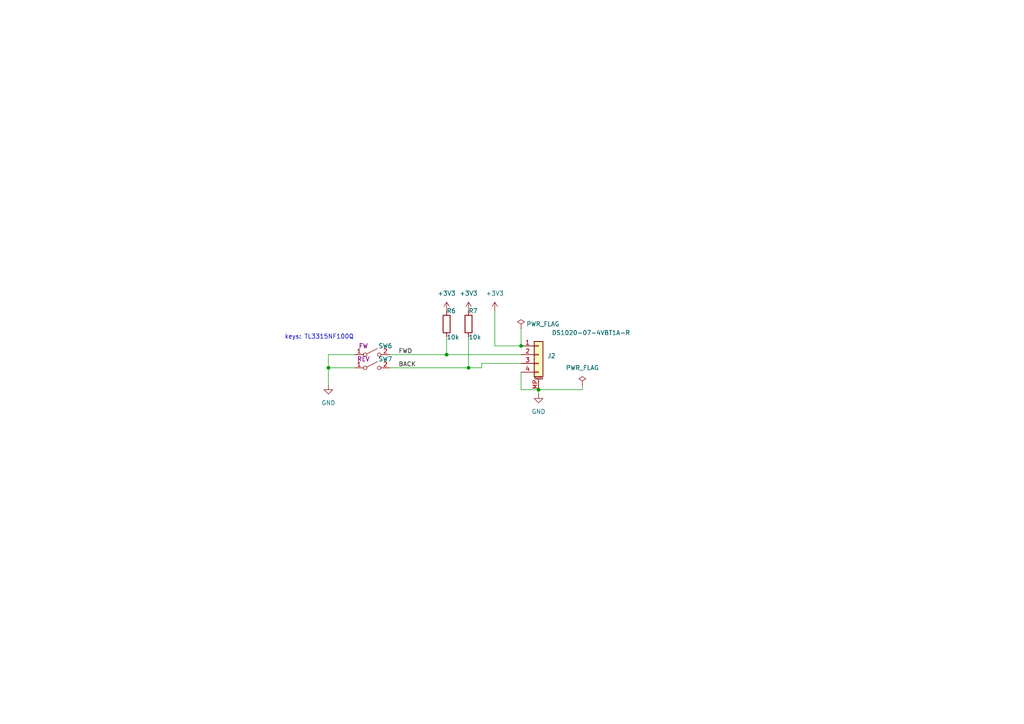
<source format=kicad_sch>
(kicad_sch (version 20231120) (generator "eeschema") (generator_version "8.0")
  (paper "A4")
  (title_block (title "EtherPointer") (date "2025-02-13") (rev "RC1") (company "Bart's Design") (comment 1 "Bartosz Pracz"))
  (lib_symbols
    (symbol "Connector_Generic_MountingPin:Conn_01x04_MountingPin" (pin_names (offset 1.016) hide)
      (property "Reference" "J" (at 0 5.08 0))
      (property "Value" "Conn_01x04_MountingPin" (at 1.27 -7.62 0))
      (symbol "Conn_01x04_MountingPin_1_1"
        (rectangle (start -1.27 -4.953) (end 0 -5.207) (stroke (width 0.1524)))
        (rectangle (start -1.27 -2.413) (end 0 -2.667) (stroke (width 0.1524)))
        (rectangle (start -1.27 0.127) (end 0 -0.127) (stroke (width 0.1524)))
        (rectangle (start -1.27 2.667) (end 0 2.413) (stroke (width 0.1524)))
        (rectangle (start -1.27 3.81) (end 1.27 -6.35) (stroke (width 0.254)) (fill (type background)))
        (polyline (pts (xy -1.016 -7.112) (xy 1.016 -7.112)) (stroke (width 0.1524)))
        (text "Mounting" (at 0 -6.731 0) (effects (font (size 0.381 0.381))))
        (pin passive line (at -5.08 2.54 0) (length 3.81) (name "Pin_1") (number "1"))
        (pin passive line (at -5.08 0 0) (length 3.81) (name "Pin_2") (number "2"))
        (pin passive line (at -5.08 -2.54 0) (length 3.81) (name "Pin_3") (number "3"))
        (pin passive line (at -5.08 -5.08 0) (length 3.81) (name "Pin_4") (number "4"))
        (pin passive line (at 0 -10.16 90) (length 3.048) (name "MountPin") (number "MP"))
      )
    )
    (symbol "Device:R" (pin_numbers hide) (pin_names (offset 0))
      (property "Reference" "R" (at 2.032 0 90))
      (property "Value" "R" (at 0 0 90))
      (symbol "R_0_1"
        (rectangle (start -1.016 -2.54) (end 1.016 2.54) (stroke (width 0.254)))
      )
      (symbol "R_1_1"
        (pin passive line (at 0 3.81 270) (length 1.27) (name "~") (number "1"))
        (pin passive line (at 0 -3.81 90) (length 1.27) (name "~") (number "2"))
      )
    )
    (symbol "airMouseLib:KEY" (pin_names (offset 0) hide)
      (property "Reference" "SW" (at 2.54 3.048 0))
      (property "KEY" "[KEY]" (at -2.794 3.048 0))
      (symbol "KEY_0_0"
        (circle (center -2.032 0) (radius 0.508))
        (polyline (pts (xy -1.524 0.254) (xy 1.524 1.778)))
        (circle (center 2.032 0) (radius 0.508))
      )
      (symbol "KEY_1_1"
        (pin passive line (at -5.08 0 0) (length 2.54) (name "A") (number "1"))
        (pin passive line (at 5.08 0 180) (length 2.54) (name "B") (number "2"))
      )
    )
    (symbol "power:+3V3" (power) (pin_numbers hide) (pin_names (offset 0) hide)
      (property "Value" "+3V3" (at 0 3.556 0))
      (symbol "+3V3_0_1"
        (polyline (pts (xy -0.762 1.27) (xy 0 2.54)))
        (polyline (pts (xy 0 0) (xy 0 2.54)))
        (polyline (pts (xy 0 2.54) (xy 0.762 1.27)))
      )
      (symbol "+3V3_1_1"
        (pin power_in line (at 0 0 90) (length 0) (name "~") (number "1"))
      )
    )
    (symbol "power:GND" (power) (pin_numbers hide) (pin_names (offset 0) hide)
      (property "Value" "GND" (at 0 -3.81 0))
      (symbol "GND_0_1"
        (polyline (pts (xy 0 0) (xy 0 -1.27) (xy 1.27 -1.27) (xy 0 -2.54) (xy -1.27 -1.27) (xy 0 -1.27)))
      )
      (symbol "GND_1_1"
        (pin power_in line (at 0 0 270) (length 0) (name "~") (number "1"))
      )
    )
    (symbol "power:PWR_FLAG" (power) (pin_numbers hide) (pin_names (offset 0) hide)
      (property "Value" "PWR_FLAG" (at 0 3.81 0))
      (symbol "PWR_FLAG_0_0"
        (pin power_out line (at 0 0 90) (length 0) (name "~") (number "1"))
      )
      (symbol "PWR_FLAG_0_1"
        (polyline (pts (xy 0 0) (xy 0 1.27) (xy -1.016 1.905) (xy 0 2.54) (xy 1.016 1.905) (xy 0 1.27)))
      )
    )
  )
  (junction (at 156.21 113.03))
  (junction (at 135.89 106.68))
  (junction (at 95.25 106.68))
  (junction (at 151.13 100.33))
  (junction (at 129.54 102.87))
  (wire (pts (xy 156.21 114.3) (xy 156.21 113.03)))
  (wire (pts (xy 135.89 106.68) (xy 139.7 106.68)))
  (wire (pts (xy 95.25 102.87) (xy 95.25 106.68)))
  (wire (pts (xy 156.21 113.03) (xy 168.91 113.03)))
  (wire (pts (xy 113.03 102.87) (xy 129.54 102.87)))
  (wire (pts (xy 129.54 97.79) (xy 129.54 102.87)))
  (wire (pts (xy 95.25 106.68) (xy 95.25 111.76)))
  (wire (pts (xy 168.91 111.76) (xy 168.91 113.03)))
  (wire (pts (xy 151.13 107.95) (xy 151.13 113.03)))
  (wire (pts (xy 129.54 102.87) (xy 151.13 102.87)))
  (wire (pts (xy 143.51 100.33) (xy 151.13 100.33)))
  (wire (pts (xy 95.25 106.68) (xy 102.87 106.68)))
  (wire (pts (xy 151.13 113.03) (xy 156.21 113.03)))
  (wire (pts (xy 95.25 102.87) (xy 102.87 102.87)))
  (wire (pts (xy 151.13 95.25) (xy 151.13 100.33)))
  (wire (pts (xy 139.7 106.68) (xy 139.7 105.41)))
  (wire (pts (xy 139.7 105.41) (xy 151.13 105.41)))
  (wire (pts (xy 113.03 106.68) (xy 135.89 106.68)))
  (wire (pts (xy 143.51 90.17) (xy 143.51 100.33)))
  (wire (pts (xy 135.89 97.79) (xy 135.89 106.68)))
  (text "keys: TL3315NF100Q" (at 82.55 97.79 0) (effects (font (size 1.27 1.27)) (justify left)))
  (label "FWD" (at 115.57 102.87 0))
  (label "BACK" (at 115.57 106.68 0))
  (symbol (lib_id "power:PWR_FLAG") (at 151.13 95.25 0) (unit 1)
    (property "Reference" "#FLG04" (effects (hide yes)))
    (property "Value" "PWR_FLAG" (at 157.48 93.98 0))
    (property "Description" "Special symbol for telling ERC where power comes from" (effects (hide yes)))
  )
  (symbol (lib_id "power:+3V3") (at 129.54 90.17 0) (unit 1)
    (property "Reference" "#PWR08" (effects (hide yes)))
    (property "Value" "+3V3" (at 129.54 85.09 0))
    (property "Description" "Power symbol creates a global label with name \"+3V3\"" (effects (hide yes)))
  )
  (symbol (lib_id "Device:R") (at 135.89 93.98 0) (unit 1)
    (property "Reference" "R7" (at 135.89 90.17 0) (effects (justify left)))
    (property "Value" "10k" (at 135.89 97.79 0) (effects (justify left)))
    (property "Footprint" "Resistor_SMD:R_0603_1608Metric" (effects (hide yes)))
    (property "Description" "Resistor" (effects (hide yes)))
  )
  (symbol (lib_id "power:+3V3") (at 135.89 90.17 0) (unit 1)
    (property "Reference" "#PWR09" (effects (hide yes)))
    (property "Value" "+3V3" (at 135.89 85.09 0))
    (property "Description" "Power symbol creates a global label with name \"+3V3\"" (effects (hide yes)))
  )
  (symbol (lib_id "power:+3V3") (at 143.51 90.17 0) (unit 1)
    (property "Reference" "#PWR017" (effects (hide yes)))
    (property "Value" "+3V3" (at 143.51 85.09 0))
    (property "Description" "Power symbol creates a global label with name \"+3V3\"" (effects (hide yes)))
  )
  (symbol (lib_id "power:GND") (at 95.25 111.76 0) (unit 1)
    (property "Reference" "#PWR015" (effects (hide yes)))
    (property "Value" "GND" (at 95.25 116.84 0))
    (property "Description" "Power symbol creates a global label with name \"GND\" , ground" (effects (hide yes)))
  )
  (symbol (lib_id "power:PWR_FLAG") (at 168.91 111.76 0) (unit 1)
    (property "Reference" "#FLG03" (effects (hide yes)))
    (property "Value" "PWR_FLAG" (at 168.91 106.68 0))
    (property "Description" "Special symbol for telling ERC where power comes from" (effects (hide yes)))
  )
  (symbol (lib_id "airMouseLib:KEY") (at 107.95 106.68 0) (unit 1)
    (property "Reference" "SW7" (at 111.76 104.14 0))
    (property "Value" "KEY" (effects (hide yes)))
    (property "Footprint" "airMouseLib:TL3315NF100Q" (effects (hide yes)))
    (property "Description" "Single Pole Single Throw (SPST) switch" (effects (hide yes)))
    (property "KEY" "REV" (at 105.41 104.14 0))
  )
  (symbol (lib_id "airMouseLib:KEY") (at 107.95 102.87 0) (unit 1)
    (property "Reference" "SW6" (at 111.76 100.33 0))
    (property "Value" "KEY" (effects (hide yes)))
    (property "Footprint" "airMouseLib:TL3315NF100Q" (effects (hide yes)))
    (property "Description" "Single Pole Single Throw (SPST) switch" (effects (hide yes)))
    (property "KEY" "FW" (at 105.41 100.33 0))
  )
  (symbol (lib_id "power:GND") (at 156.21 114.3 0) (unit 1)
    (property "Reference" "#PWR016" (effects (hide yes)))
    (property "Value" "GND" (at 156.21 119.38 0))
    (property "Description" "Power symbol creates a global label with name \"GND\" , ground" (effects (hide yes)))
  )
  (symbol (lib_id "Device:R") (at 129.54 93.98 0) (unit 1)
    (property "Reference" "R6" (at 129.54 90.17 0) (effects (justify left)))
    (property "Value" "10k" (at 129.54 97.79 0) (effects (justify left)))
    (property "Footprint" "Resistor_SMD:R_0603_1608Metric" (effects (hide yes)))
    (property "Description" "Resistor" (effects (hide yes)))
  )
  (symbol (lib_id "Connector_Generic_MountingPin:Conn_01x04_MountingPin") (at 156.21 102.87 0) (unit 1)
    (property "Reference" "J2" (at 158.75 103.2255 0) (effects (justify left)))
    (property "Value" "DS1020-07-4VBT1A-R" (at 160.02 96.52 0) (effects (justify left)))
    (property "Description" "Generic connectable mounting pin connector, single row, 01x04, script generated (kicad-library-utils/schlib/autogen/connector/)" (effects (hide yes)))
  )
)
</source>
